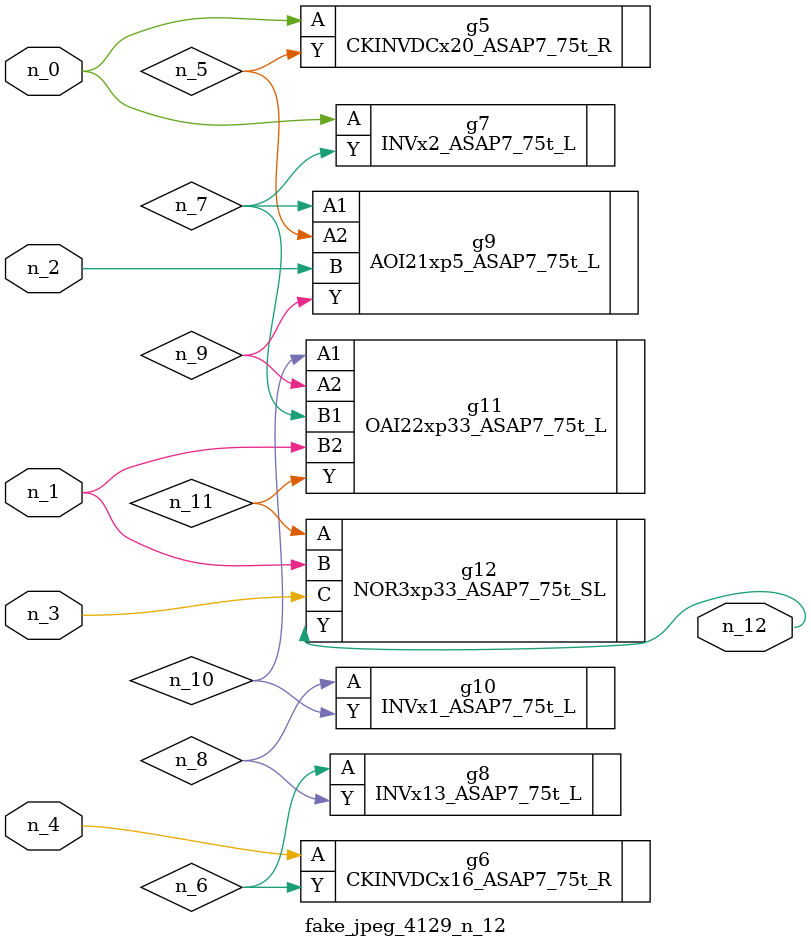
<source format=v>
module fake_jpeg_4129_n_12 (n_3, n_2, n_1, n_0, n_4, n_12);

input n_3;
input n_2;
input n_1;
input n_0;
input n_4;

output n_12;

wire n_11;
wire n_10;
wire n_8;
wire n_9;
wire n_6;
wire n_5;
wire n_7;

CKINVDCx20_ASAP7_75t_R g5 ( 
.A(n_0),
.Y(n_5)
);

CKINVDCx16_ASAP7_75t_R g6 ( 
.A(n_4),
.Y(n_6)
);

INVx2_ASAP7_75t_L g7 ( 
.A(n_0),
.Y(n_7)
);

INVx13_ASAP7_75t_L g8 ( 
.A(n_6),
.Y(n_8)
);

INVx1_ASAP7_75t_L g10 ( 
.A(n_8),
.Y(n_10)
);

AOI21xp5_ASAP7_75t_L g9 ( 
.A1(n_7),
.A2(n_5),
.B(n_2),
.Y(n_9)
);

OAI22xp33_ASAP7_75t_L g11 ( 
.A1(n_10),
.A2(n_9),
.B1(n_7),
.B2(n_1),
.Y(n_11)
);

NOR3xp33_ASAP7_75t_SL g12 ( 
.A(n_11),
.B(n_1),
.C(n_3),
.Y(n_12)
);


endmodule
</source>
